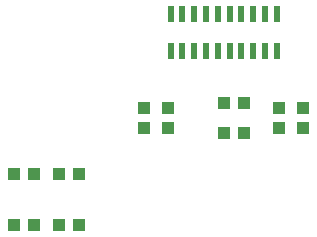
<source format=gtp>
G75*
%MOIN*%
%OFA0B0*%
%FSLAX25Y25*%
%IPPOS*%
%LPD*%
%AMOC8*
5,1,8,0,0,1.08239X$1,22.5*
%
%ADD10R,0.02402X0.05394*%
%ADD11R,0.03937X0.04331*%
%ADD12R,0.04331X0.03937*%
%ADD13R,0.03937X0.03937*%
D10*
X0170677Y0179443D03*
X0174614Y0179443D03*
X0178551Y0179443D03*
X0182488Y0179443D03*
X0186425Y0179443D03*
X0190362Y0179443D03*
X0194299Y0179443D03*
X0198236Y0179443D03*
X0202173Y0179443D03*
X0206110Y0179443D03*
X0206110Y0192042D03*
X0202173Y0192042D03*
X0198236Y0192042D03*
X0194299Y0192042D03*
X0190362Y0192042D03*
X0186425Y0192042D03*
X0182488Y0192042D03*
X0178551Y0192042D03*
X0174614Y0192042D03*
X0170677Y0192042D03*
D11*
X0169894Y0160703D03*
X0161894Y0160703D03*
X0161894Y0154010D03*
X0169894Y0154010D03*
X0206894Y0154010D03*
X0214894Y0154010D03*
X0214894Y0160703D03*
X0206894Y0160703D03*
D12*
X0118487Y0121447D03*
X0125180Y0121447D03*
X0125180Y0138447D03*
X0118487Y0138447D03*
X0188547Y0152357D03*
X0195240Y0152357D03*
X0195240Y0162357D03*
X0188547Y0162357D03*
D13*
X0140287Y0138447D03*
X0133381Y0138447D03*
X0133381Y0121447D03*
X0140287Y0121447D03*
M02*

</source>
